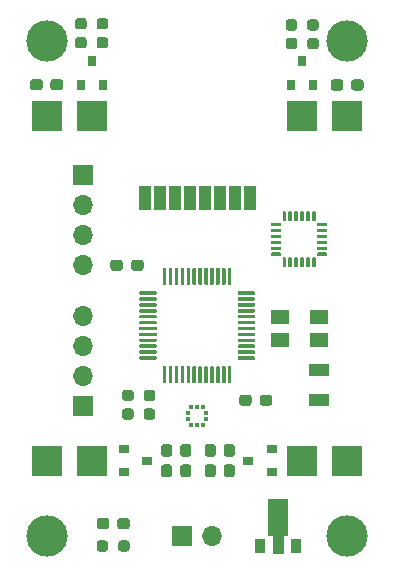
<source format=gbr>
%TF.GenerationSoftware,KiCad,Pcbnew,(5.1.9)-1*%
%TF.CreationDate,2021-03-06T18:52:22-05:00*%
%TF.ProjectId,final_design_v2,66696e61-6c5f-4646-9573-69676e5f7632,rev?*%
%TF.SameCoordinates,Original*%
%TF.FileFunction,Soldermask,Top*%
%TF.FilePolarity,Negative*%
%FSLAX46Y46*%
G04 Gerber Fmt 4.6, Leading zero omitted, Abs format (unit mm)*
G04 Created by KiCad (PCBNEW (5.1.9)-1) date 2021-03-06 18:52:22*
%MOMM*%
%LPD*%
G01*
G04 APERTURE LIST*
%ADD10R,1.000000X2.000000*%
%ADD11C,3.500000*%
%ADD12R,1.700000X1.700000*%
%ADD13O,1.700000X1.700000*%
%ADD14R,2.500000X2.500000*%
%ADD15R,0.800000X0.900000*%
%ADD16R,0.900000X0.800000*%
%ADD17R,0.350000X0.380000*%
%ADD18R,0.900000X1.300000*%
%ADD19C,0.100000*%
%ADD20R,1.800000X1.000000*%
%ADD21R,1.600000X1.300000*%
G04 APERTURE END LIST*
D10*
%TO.C,U4*%
X144990100Y-93002600D03*
X146260100Y-93002600D03*
X147530100Y-93002600D03*
X148800100Y-93002600D03*
X150070100Y-93002600D03*
X151340100Y-93002600D03*
X152610100Y-93002600D03*
X153880100Y-93002600D03*
%TD*%
D11*
%TO.C,H4*%
X162090100Y-121564400D03*
%TD*%
%TO.C,C19*%
G36*
G01*
X138039300Y-83150700D02*
X138039300Y-83625700D01*
G75*
G02*
X137801800Y-83863200I-237500J0D01*
G01*
X137201800Y-83863200D01*
G75*
G02*
X136964300Y-83625700I0J237500D01*
G01*
X136964300Y-83150700D01*
G75*
G02*
X137201800Y-82913200I237500J0D01*
G01*
X137801800Y-82913200D01*
G75*
G02*
X138039300Y-83150700I0J-237500D01*
G01*
G37*
G36*
G01*
X136314300Y-83150700D02*
X136314300Y-83625700D01*
G75*
G02*
X136076800Y-83863200I-237500J0D01*
G01*
X135476800Y-83863200D01*
G75*
G02*
X135239300Y-83625700I0J237500D01*
G01*
X135239300Y-83150700D01*
G75*
G02*
X135476800Y-82913200I237500J0D01*
G01*
X136076800Y-82913200D01*
G75*
G02*
X136314300Y-83150700I0J-237500D01*
G01*
G37*
%TD*%
%TO.C,C20*%
G36*
G01*
X160690100Y-83651100D02*
X160690100Y-83176100D01*
G75*
G02*
X160927600Y-82938600I237500J0D01*
G01*
X161527600Y-82938600D01*
G75*
G02*
X161765100Y-83176100I0J-237500D01*
G01*
X161765100Y-83651100D01*
G75*
G02*
X161527600Y-83888600I-237500J0D01*
G01*
X160927600Y-83888600D01*
G75*
G02*
X160690100Y-83651100I0J237500D01*
G01*
G37*
G36*
G01*
X162415100Y-83651100D02*
X162415100Y-83176100D01*
G75*
G02*
X162652600Y-82938600I237500J0D01*
G01*
X163252600Y-82938600D01*
G75*
G02*
X163490100Y-83176100I0J-237500D01*
G01*
X163490100Y-83651100D01*
G75*
G02*
X163252600Y-83888600I-237500J0D01*
G01*
X162652600Y-83888600D01*
G75*
G02*
X162415100Y-83651100I0J237500D01*
G01*
G37*
%TD*%
%TO.C,C22*%
G36*
G01*
X148187400Y-115539400D02*
X148662400Y-115539400D01*
G75*
G02*
X148899900Y-115776900I0J-237500D01*
G01*
X148899900Y-116376900D01*
G75*
G02*
X148662400Y-116614400I-237500J0D01*
G01*
X148187400Y-116614400D01*
G75*
G02*
X147949900Y-116376900I0J237500D01*
G01*
X147949900Y-115776900D01*
G75*
G02*
X148187400Y-115539400I237500J0D01*
G01*
G37*
G36*
G01*
X148187400Y-113814400D02*
X148662400Y-113814400D01*
G75*
G02*
X148899900Y-114051900I0J-237500D01*
G01*
X148899900Y-114651900D01*
G75*
G02*
X148662400Y-114889400I-237500J0D01*
G01*
X148187400Y-114889400D01*
G75*
G02*
X147949900Y-114651900I0J237500D01*
G01*
X147949900Y-114051900D01*
G75*
G02*
X148187400Y-113814400I237500J0D01*
G01*
G37*
%TD*%
%TO.C,C23*%
G36*
G01*
X150270200Y-115539400D02*
X150745200Y-115539400D01*
G75*
G02*
X150982700Y-115776900I0J-237500D01*
G01*
X150982700Y-116376900D01*
G75*
G02*
X150745200Y-116614400I-237500J0D01*
G01*
X150270200Y-116614400D01*
G75*
G02*
X150032700Y-116376900I0J237500D01*
G01*
X150032700Y-115776900D01*
G75*
G02*
X150270200Y-115539400I237500J0D01*
G01*
G37*
G36*
G01*
X150270200Y-113814400D02*
X150745200Y-113814400D01*
G75*
G02*
X150982700Y-114051900I0J-237500D01*
G01*
X150982700Y-114651900D01*
G75*
G02*
X150745200Y-114889400I-237500J0D01*
G01*
X150270200Y-114889400D01*
G75*
G02*
X150032700Y-114651900I0J237500D01*
G01*
X150032700Y-114051900D01*
G75*
G02*
X150270200Y-113814400I237500J0D01*
G01*
G37*
%TD*%
%TO.C,C25*%
G36*
G01*
X146561800Y-113814400D02*
X147036800Y-113814400D01*
G75*
G02*
X147274300Y-114051900I0J-237500D01*
G01*
X147274300Y-114651900D01*
G75*
G02*
X147036800Y-114889400I-237500J0D01*
G01*
X146561800Y-114889400D01*
G75*
G02*
X146324300Y-114651900I0J237500D01*
G01*
X146324300Y-114051900D01*
G75*
G02*
X146561800Y-113814400I237500J0D01*
G01*
G37*
G36*
G01*
X146561800Y-115539400D02*
X147036800Y-115539400D01*
G75*
G02*
X147274300Y-115776900I0J-237500D01*
G01*
X147274300Y-116376900D01*
G75*
G02*
X147036800Y-116614400I-237500J0D01*
G01*
X146561800Y-116614400D01*
G75*
G02*
X146324300Y-116376900I0J237500D01*
G01*
X146324300Y-115776900D01*
G75*
G02*
X146561800Y-115539400I237500J0D01*
G01*
G37*
%TD*%
%TO.C,C26*%
G36*
G01*
X151870400Y-113814400D02*
X152345400Y-113814400D01*
G75*
G02*
X152582900Y-114051900I0J-237500D01*
G01*
X152582900Y-114651900D01*
G75*
G02*
X152345400Y-114889400I-237500J0D01*
G01*
X151870400Y-114889400D01*
G75*
G02*
X151632900Y-114651900I0J237500D01*
G01*
X151632900Y-114051900D01*
G75*
G02*
X151870400Y-113814400I237500J0D01*
G01*
G37*
G36*
G01*
X151870400Y-115539400D02*
X152345400Y-115539400D01*
G75*
G02*
X152582900Y-115776900I0J-237500D01*
G01*
X152582900Y-116376900D01*
G75*
G02*
X152345400Y-116614400I-237500J0D01*
G01*
X151870400Y-116614400D01*
G75*
G02*
X151632900Y-116376900I0J237500D01*
G01*
X151632900Y-115776900D01*
G75*
G02*
X151870400Y-115539400I237500J0D01*
G01*
G37*
%TD*%
%TO.C,PWR*%
G36*
G01*
X143678100Y-120310900D02*
X143678100Y-120785900D01*
G75*
G02*
X143440600Y-121023400I-237500J0D01*
G01*
X142865600Y-121023400D01*
G75*
G02*
X142628100Y-120785900I0J237500D01*
G01*
X142628100Y-120310900D01*
G75*
G02*
X142865600Y-120073400I237500J0D01*
G01*
X143440600Y-120073400D01*
G75*
G02*
X143678100Y-120310900I0J-237500D01*
G01*
G37*
G36*
G01*
X141928100Y-120310900D02*
X141928100Y-120785900D01*
G75*
G02*
X141690600Y-121023400I-237500J0D01*
G01*
X141115600Y-121023400D01*
G75*
G02*
X140878100Y-120785900I0J237500D01*
G01*
X140878100Y-120310900D01*
G75*
G02*
X141115600Y-120073400I237500J0D01*
G01*
X141690600Y-120073400D01*
G75*
G02*
X141928100Y-120310900I0J-237500D01*
G01*
G37*
%TD*%
%TO.C,HEARTBEAT*%
G36*
G01*
X153993100Y-109871500D02*
X153993100Y-110346500D01*
G75*
G02*
X153755600Y-110584000I-237500J0D01*
G01*
X153180600Y-110584000D01*
G75*
G02*
X152943100Y-110346500I0J237500D01*
G01*
X152943100Y-109871500D01*
G75*
G02*
X153180600Y-109634000I237500J0D01*
G01*
X153755600Y-109634000D01*
G75*
G02*
X153993100Y-109871500I0J-237500D01*
G01*
G37*
G36*
G01*
X155743100Y-109871500D02*
X155743100Y-110346500D01*
G75*
G02*
X155505600Y-110584000I-237500J0D01*
G01*
X154930600Y-110584000D01*
G75*
G02*
X154693100Y-110346500I0J237500D01*
G01*
X154693100Y-109871500D01*
G75*
G02*
X154930600Y-109634000I237500J0D01*
G01*
X155505600Y-109634000D01*
G75*
G02*
X155743100Y-109871500I0J-237500D01*
G01*
G37*
%TD*%
%TO.C,COMMS*%
G36*
G01*
X142046500Y-98916500D02*
X142046500Y-98441500D01*
G75*
G02*
X142284000Y-98204000I237500J0D01*
G01*
X142859000Y-98204000D01*
G75*
G02*
X143096500Y-98441500I0J-237500D01*
G01*
X143096500Y-98916500D01*
G75*
G02*
X142859000Y-99154000I-237500J0D01*
G01*
X142284000Y-99154000D01*
G75*
G02*
X142046500Y-98916500I0J237500D01*
G01*
G37*
G36*
G01*
X143796500Y-98916500D02*
X143796500Y-98441500D01*
G75*
G02*
X144034000Y-98204000I237500J0D01*
G01*
X144609000Y-98204000D01*
G75*
G02*
X144846500Y-98441500I0J-237500D01*
G01*
X144846500Y-98916500D01*
G75*
G02*
X144609000Y-99154000I-237500J0D01*
G01*
X144034000Y-99154000D01*
G75*
G02*
X143796500Y-98916500I0J237500D01*
G01*
G37*
%TD*%
%TO.C,H1*%
X136690100Y-79654400D03*
%TD*%
%TO.C,H2*%
X136690100Y-121564400D03*
%TD*%
%TO.C,H3*%
X162090100Y-79654400D03*
%TD*%
D12*
%TO.C,SWD*%
X139738100Y-91008200D03*
D13*
X139738100Y-93548200D03*
X139738100Y-96088200D03*
X139738100Y-98628200D03*
%TD*%
%TO.C,UART*%
X139738100Y-102997000D03*
X139738100Y-105537000D03*
X139738100Y-108077000D03*
D12*
X139738100Y-110617000D03*
%TD*%
%TO.C,J3*%
X148120100Y-121564400D03*
D13*
X150660100Y-121564400D03*
%TD*%
D14*
%TO.C,M1+*%
X136690100Y-86004400D03*
%TD*%
%TO.C,M1-*%
X140500100Y-86004400D03*
%TD*%
%TO.C,M3+*%
X162090100Y-86004400D03*
%TD*%
%TO.C,M3-*%
X158280100Y-86004400D03*
%TD*%
%TO.C,M2+*%
X136690100Y-115214400D03*
%TD*%
%TO.C,M2-*%
X140500100Y-115214400D03*
%TD*%
%TO.C,M4+*%
X162090100Y-115214400D03*
%TD*%
%TO.C,M4-*%
X158280100Y-115214400D03*
%TD*%
D15*
%TO.C,Q1*%
X140500100Y-81423000D03*
X141450100Y-83423000D03*
X139550100Y-83423000D03*
%TD*%
%TO.C,Q2*%
X158280100Y-81423000D03*
X159230100Y-83423000D03*
X157330100Y-83423000D03*
%TD*%
D16*
%TO.C,Q3*%
X143157700Y-114264400D03*
X143157700Y-116164400D03*
X145157700Y-115214400D03*
%TD*%
%TO.C,Q4*%
X155698700Y-116164400D03*
X155698700Y-114264400D03*
X153698700Y-115214400D03*
%TD*%
%TO.C,R1*%
G36*
G01*
X142703100Y-122690900D02*
X142703100Y-122215900D01*
G75*
G02*
X142940600Y-121978400I237500J0D01*
G01*
X143440600Y-121978400D01*
G75*
G02*
X143678100Y-122215900I0J-237500D01*
G01*
X143678100Y-122690900D01*
G75*
G02*
X143440600Y-122928400I-237500J0D01*
G01*
X142940600Y-122928400D01*
G75*
G02*
X142703100Y-122690900I0J237500D01*
G01*
G37*
G36*
G01*
X140878100Y-122690900D02*
X140878100Y-122215900D01*
G75*
G02*
X141115600Y-121978400I237500J0D01*
G01*
X141615600Y-121978400D01*
G75*
G02*
X141853100Y-122215900I0J-237500D01*
G01*
X141853100Y-122690900D01*
G75*
G02*
X141615600Y-122928400I-237500J0D01*
G01*
X141115600Y-122928400D01*
G75*
G02*
X140878100Y-122690900I0J237500D01*
G01*
G37*
%TD*%
%TO.C,R4*%
G36*
G01*
X144862100Y-109940100D02*
X144862100Y-109465100D01*
G75*
G02*
X145099600Y-109227600I237500J0D01*
G01*
X145599600Y-109227600D01*
G75*
G02*
X145837100Y-109465100I0J-237500D01*
G01*
X145837100Y-109940100D01*
G75*
G02*
X145599600Y-110177600I-237500J0D01*
G01*
X145099600Y-110177600D01*
G75*
G02*
X144862100Y-109940100I0J237500D01*
G01*
G37*
G36*
G01*
X143037100Y-109940100D02*
X143037100Y-109465100D01*
G75*
G02*
X143274600Y-109227600I237500J0D01*
G01*
X143774600Y-109227600D01*
G75*
G02*
X144012100Y-109465100I0J-237500D01*
G01*
X144012100Y-109940100D01*
G75*
G02*
X143774600Y-110177600I-237500J0D01*
G01*
X143274600Y-110177600D01*
G75*
G02*
X143037100Y-109940100I0J237500D01*
G01*
G37*
%TD*%
%TO.C,R5*%
G36*
G01*
X144862100Y-111514900D02*
X144862100Y-111039900D01*
G75*
G02*
X145099600Y-110802400I237500J0D01*
G01*
X145599600Y-110802400D01*
G75*
G02*
X145837100Y-111039900I0J-237500D01*
G01*
X145837100Y-111514900D01*
G75*
G02*
X145599600Y-111752400I-237500J0D01*
G01*
X145099600Y-111752400D01*
G75*
G02*
X144862100Y-111514900I0J237500D01*
G01*
G37*
G36*
G01*
X143037100Y-111514900D02*
X143037100Y-111039900D01*
G75*
G02*
X143274600Y-110802400I237500J0D01*
G01*
X143774600Y-110802400D01*
G75*
G02*
X144012100Y-111039900I0J-237500D01*
G01*
X144012100Y-111514900D01*
G75*
G02*
X143774600Y-111752400I-237500J0D01*
G01*
X143274600Y-111752400D01*
G75*
G02*
X143037100Y-111514900I0J237500D01*
G01*
G37*
%TD*%
%TO.C,R11*%
G36*
G01*
X140874300Y-78469500D02*
X140874300Y-77994500D01*
G75*
G02*
X141111800Y-77757000I237500J0D01*
G01*
X141611800Y-77757000D01*
G75*
G02*
X141849300Y-77994500I0J-237500D01*
G01*
X141849300Y-78469500D01*
G75*
G02*
X141611800Y-78707000I-237500J0D01*
G01*
X141111800Y-78707000D01*
G75*
G02*
X140874300Y-78469500I0J237500D01*
G01*
G37*
G36*
G01*
X139049300Y-78469500D02*
X139049300Y-77994500D01*
G75*
G02*
X139286800Y-77757000I237500J0D01*
G01*
X139786800Y-77757000D01*
G75*
G02*
X140024300Y-77994500I0J-237500D01*
G01*
X140024300Y-78469500D01*
G75*
G02*
X139786800Y-78707000I-237500J0D01*
G01*
X139286800Y-78707000D01*
G75*
G02*
X139049300Y-78469500I0J237500D01*
G01*
G37*
%TD*%
%TO.C,R12*%
G36*
G01*
X157855100Y-78096100D02*
X157855100Y-78571100D01*
G75*
G02*
X157617600Y-78808600I-237500J0D01*
G01*
X157117600Y-78808600D01*
G75*
G02*
X156880100Y-78571100I0J237500D01*
G01*
X156880100Y-78096100D01*
G75*
G02*
X157117600Y-77858600I237500J0D01*
G01*
X157617600Y-77858600D01*
G75*
G02*
X157855100Y-78096100I0J-237500D01*
G01*
G37*
G36*
G01*
X159680100Y-78096100D02*
X159680100Y-78571100D01*
G75*
G02*
X159442600Y-78808600I-237500J0D01*
G01*
X158942600Y-78808600D01*
G75*
G02*
X158705100Y-78571100I0J237500D01*
G01*
X158705100Y-78096100D01*
G75*
G02*
X158942600Y-77858600I237500J0D01*
G01*
X159442600Y-77858600D01*
G75*
G02*
X159680100Y-78096100I0J-237500D01*
G01*
G37*
%TD*%
%TO.C,R13*%
G36*
G01*
X139049300Y-80069700D02*
X139049300Y-79594700D01*
G75*
G02*
X139286800Y-79357200I237500J0D01*
G01*
X139786800Y-79357200D01*
G75*
G02*
X140024300Y-79594700I0J-237500D01*
G01*
X140024300Y-80069700D01*
G75*
G02*
X139786800Y-80307200I-237500J0D01*
G01*
X139286800Y-80307200D01*
G75*
G02*
X139049300Y-80069700I0J237500D01*
G01*
G37*
G36*
G01*
X140874300Y-80069700D02*
X140874300Y-79594700D01*
G75*
G02*
X141111800Y-79357200I237500J0D01*
G01*
X141611800Y-79357200D01*
G75*
G02*
X141849300Y-79594700I0J-237500D01*
G01*
X141849300Y-80069700D01*
G75*
G02*
X141611800Y-80307200I-237500J0D01*
G01*
X141111800Y-80307200D01*
G75*
G02*
X140874300Y-80069700I0J237500D01*
G01*
G37*
%TD*%
%TO.C,R14*%
G36*
G01*
X156880100Y-80145900D02*
X156880100Y-79670900D01*
G75*
G02*
X157117600Y-79433400I237500J0D01*
G01*
X157617600Y-79433400D01*
G75*
G02*
X157855100Y-79670900I0J-237500D01*
G01*
X157855100Y-80145900D01*
G75*
G02*
X157617600Y-80383400I-237500J0D01*
G01*
X157117600Y-80383400D01*
G75*
G02*
X156880100Y-80145900I0J237500D01*
G01*
G37*
G36*
G01*
X158705100Y-80145900D02*
X158705100Y-79670900D01*
G75*
G02*
X158942600Y-79433400I237500J0D01*
G01*
X159442600Y-79433400D01*
G75*
G02*
X159680100Y-79670900I0J-237500D01*
G01*
X159680100Y-80145900D01*
G75*
G02*
X159442600Y-80383400I-237500J0D01*
G01*
X158942600Y-80383400D01*
G75*
G02*
X158705100Y-80145900I0J237500D01*
G01*
G37*
%TD*%
%TO.C,U1*%
G36*
G01*
X154290100Y-106459400D02*
X154290100Y-106609400D01*
G75*
G02*
X154215100Y-106684400I-75000J0D01*
G01*
X152890100Y-106684400D01*
G75*
G02*
X152815100Y-106609400I0J75000D01*
G01*
X152815100Y-106459400D01*
G75*
G02*
X152890100Y-106384400I75000J0D01*
G01*
X154215100Y-106384400D01*
G75*
G02*
X154290100Y-106459400I0J-75000D01*
G01*
G37*
G36*
G01*
X154290100Y-105959400D02*
X154290100Y-106109400D01*
G75*
G02*
X154215100Y-106184400I-75000J0D01*
G01*
X152890100Y-106184400D01*
G75*
G02*
X152815100Y-106109400I0J75000D01*
G01*
X152815100Y-105959400D01*
G75*
G02*
X152890100Y-105884400I75000J0D01*
G01*
X154215100Y-105884400D01*
G75*
G02*
X154290100Y-105959400I0J-75000D01*
G01*
G37*
G36*
G01*
X154290100Y-105459400D02*
X154290100Y-105609400D01*
G75*
G02*
X154215100Y-105684400I-75000J0D01*
G01*
X152890100Y-105684400D01*
G75*
G02*
X152815100Y-105609400I0J75000D01*
G01*
X152815100Y-105459400D01*
G75*
G02*
X152890100Y-105384400I75000J0D01*
G01*
X154215100Y-105384400D01*
G75*
G02*
X154290100Y-105459400I0J-75000D01*
G01*
G37*
G36*
G01*
X154290100Y-104959400D02*
X154290100Y-105109400D01*
G75*
G02*
X154215100Y-105184400I-75000J0D01*
G01*
X152890100Y-105184400D01*
G75*
G02*
X152815100Y-105109400I0J75000D01*
G01*
X152815100Y-104959400D01*
G75*
G02*
X152890100Y-104884400I75000J0D01*
G01*
X154215100Y-104884400D01*
G75*
G02*
X154290100Y-104959400I0J-75000D01*
G01*
G37*
G36*
G01*
X154290100Y-104459400D02*
X154290100Y-104609400D01*
G75*
G02*
X154215100Y-104684400I-75000J0D01*
G01*
X152890100Y-104684400D01*
G75*
G02*
X152815100Y-104609400I0J75000D01*
G01*
X152815100Y-104459400D01*
G75*
G02*
X152890100Y-104384400I75000J0D01*
G01*
X154215100Y-104384400D01*
G75*
G02*
X154290100Y-104459400I0J-75000D01*
G01*
G37*
G36*
G01*
X154290100Y-103959400D02*
X154290100Y-104109400D01*
G75*
G02*
X154215100Y-104184400I-75000J0D01*
G01*
X152890100Y-104184400D01*
G75*
G02*
X152815100Y-104109400I0J75000D01*
G01*
X152815100Y-103959400D01*
G75*
G02*
X152890100Y-103884400I75000J0D01*
G01*
X154215100Y-103884400D01*
G75*
G02*
X154290100Y-103959400I0J-75000D01*
G01*
G37*
G36*
G01*
X154290100Y-103459400D02*
X154290100Y-103609400D01*
G75*
G02*
X154215100Y-103684400I-75000J0D01*
G01*
X152890100Y-103684400D01*
G75*
G02*
X152815100Y-103609400I0J75000D01*
G01*
X152815100Y-103459400D01*
G75*
G02*
X152890100Y-103384400I75000J0D01*
G01*
X154215100Y-103384400D01*
G75*
G02*
X154290100Y-103459400I0J-75000D01*
G01*
G37*
G36*
G01*
X154290100Y-102959400D02*
X154290100Y-103109400D01*
G75*
G02*
X154215100Y-103184400I-75000J0D01*
G01*
X152890100Y-103184400D01*
G75*
G02*
X152815100Y-103109400I0J75000D01*
G01*
X152815100Y-102959400D01*
G75*
G02*
X152890100Y-102884400I75000J0D01*
G01*
X154215100Y-102884400D01*
G75*
G02*
X154290100Y-102959400I0J-75000D01*
G01*
G37*
G36*
G01*
X154290100Y-102459400D02*
X154290100Y-102609400D01*
G75*
G02*
X154215100Y-102684400I-75000J0D01*
G01*
X152890100Y-102684400D01*
G75*
G02*
X152815100Y-102609400I0J75000D01*
G01*
X152815100Y-102459400D01*
G75*
G02*
X152890100Y-102384400I75000J0D01*
G01*
X154215100Y-102384400D01*
G75*
G02*
X154290100Y-102459400I0J-75000D01*
G01*
G37*
G36*
G01*
X154290100Y-101959400D02*
X154290100Y-102109400D01*
G75*
G02*
X154215100Y-102184400I-75000J0D01*
G01*
X152890100Y-102184400D01*
G75*
G02*
X152815100Y-102109400I0J75000D01*
G01*
X152815100Y-101959400D01*
G75*
G02*
X152890100Y-101884400I75000J0D01*
G01*
X154215100Y-101884400D01*
G75*
G02*
X154290100Y-101959400I0J-75000D01*
G01*
G37*
G36*
G01*
X154290100Y-101459400D02*
X154290100Y-101609400D01*
G75*
G02*
X154215100Y-101684400I-75000J0D01*
G01*
X152890100Y-101684400D01*
G75*
G02*
X152815100Y-101609400I0J75000D01*
G01*
X152815100Y-101459400D01*
G75*
G02*
X152890100Y-101384400I75000J0D01*
G01*
X154215100Y-101384400D01*
G75*
G02*
X154290100Y-101459400I0J-75000D01*
G01*
G37*
G36*
G01*
X154290100Y-100959400D02*
X154290100Y-101109400D01*
G75*
G02*
X154215100Y-101184400I-75000J0D01*
G01*
X152890100Y-101184400D01*
G75*
G02*
X152815100Y-101109400I0J75000D01*
G01*
X152815100Y-100959400D01*
G75*
G02*
X152890100Y-100884400I75000J0D01*
G01*
X154215100Y-100884400D01*
G75*
G02*
X154290100Y-100959400I0J-75000D01*
G01*
G37*
G36*
G01*
X152290100Y-98959400D02*
X152290100Y-100284400D01*
G75*
G02*
X152215100Y-100359400I-75000J0D01*
G01*
X152065100Y-100359400D01*
G75*
G02*
X151990100Y-100284400I0J75000D01*
G01*
X151990100Y-98959400D01*
G75*
G02*
X152065100Y-98884400I75000J0D01*
G01*
X152215100Y-98884400D01*
G75*
G02*
X152290100Y-98959400I0J-75000D01*
G01*
G37*
G36*
G01*
X151790100Y-98959400D02*
X151790100Y-100284400D01*
G75*
G02*
X151715100Y-100359400I-75000J0D01*
G01*
X151565100Y-100359400D01*
G75*
G02*
X151490100Y-100284400I0J75000D01*
G01*
X151490100Y-98959400D01*
G75*
G02*
X151565100Y-98884400I75000J0D01*
G01*
X151715100Y-98884400D01*
G75*
G02*
X151790100Y-98959400I0J-75000D01*
G01*
G37*
G36*
G01*
X151290100Y-98959400D02*
X151290100Y-100284400D01*
G75*
G02*
X151215100Y-100359400I-75000J0D01*
G01*
X151065100Y-100359400D01*
G75*
G02*
X150990100Y-100284400I0J75000D01*
G01*
X150990100Y-98959400D01*
G75*
G02*
X151065100Y-98884400I75000J0D01*
G01*
X151215100Y-98884400D01*
G75*
G02*
X151290100Y-98959400I0J-75000D01*
G01*
G37*
G36*
G01*
X150790100Y-98959400D02*
X150790100Y-100284400D01*
G75*
G02*
X150715100Y-100359400I-75000J0D01*
G01*
X150565100Y-100359400D01*
G75*
G02*
X150490100Y-100284400I0J75000D01*
G01*
X150490100Y-98959400D01*
G75*
G02*
X150565100Y-98884400I75000J0D01*
G01*
X150715100Y-98884400D01*
G75*
G02*
X150790100Y-98959400I0J-75000D01*
G01*
G37*
G36*
G01*
X150290100Y-98959400D02*
X150290100Y-100284400D01*
G75*
G02*
X150215100Y-100359400I-75000J0D01*
G01*
X150065100Y-100359400D01*
G75*
G02*
X149990100Y-100284400I0J75000D01*
G01*
X149990100Y-98959400D01*
G75*
G02*
X150065100Y-98884400I75000J0D01*
G01*
X150215100Y-98884400D01*
G75*
G02*
X150290100Y-98959400I0J-75000D01*
G01*
G37*
G36*
G01*
X149790100Y-98959400D02*
X149790100Y-100284400D01*
G75*
G02*
X149715100Y-100359400I-75000J0D01*
G01*
X149565100Y-100359400D01*
G75*
G02*
X149490100Y-100284400I0J75000D01*
G01*
X149490100Y-98959400D01*
G75*
G02*
X149565100Y-98884400I75000J0D01*
G01*
X149715100Y-98884400D01*
G75*
G02*
X149790100Y-98959400I0J-75000D01*
G01*
G37*
G36*
G01*
X149290100Y-98959400D02*
X149290100Y-100284400D01*
G75*
G02*
X149215100Y-100359400I-75000J0D01*
G01*
X149065100Y-100359400D01*
G75*
G02*
X148990100Y-100284400I0J75000D01*
G01*
X148990100Y-98959400D01*
G75*
G02*
X149065100Y-98884400I75000J0D01*
G01*
X149215100Y-98884400D01*
G75*
G02*
X149290100Y-98959400I0J-75000D01*
G01*
G37*
G36*
G01*
X148790100Y-98959400D02*
X148790100Y-100284400D01*
G75*
G02*
X148715100Y-100359400I-75000J0D01*
G01*
X148565100Y-100359400D01*
G75*
G02*
X148490100Y-100284400I0J75000D01*
G01*
X148490100Y-98959400D01*
G75*
G02*
X148565100Y-98884400I75000J0D01*
G01*
X148715100Y-98884400D01*
G75*
G02*
X148790100Y-98959400I0J-75000D01*
G01*
G37*
G36*
G01*
X148290100Y-98959400D02*
X148290100Y-100284400D01*
G75*
G02*
X148215100Y-100359400I-75000J0D01*
G01*
X148065100Y-100359400D01*
G75*
G02*
X147990100Y-100284400I0J75000D01*
G01*
X147990100Y-98959400D01*
G75*
G02*
X148065100Y-98884400I75000J0D01*
G01*
X148215100Y-98884400D01*
G75*
G02*
X148290100Y-98959400I0J-75000D01*
G01*
G37*
G36*
G01*
X147790100Y-98959400D02*
X147790100Y-100284400D01*
G75*
G02*
X147715100Y-100359400I-75000J0D01*
G01*
X147565100Y-100359400D01*
G75*
G02*
X147490100Y-100284400I0J75000D01*
G01*
X147490100Y-98959400D01*
G75*
G02*
X147565100Y-98884400I75000J0D01*
G01*
X147715100Y-98884400D01*
G75*
G02*
X147790100Y-98959400I0J-75000D01*
G01*
G37*
G36*
G01*
X147290100Y-98959400D02*
X147290100Y-100284400D01*
G75*
G02*
X147215100Y-100359400I-75000J0D01*
G01*
X147065100Y-100359400D01*
G75*
G02*
X146990100Y-100284400I0J75000D01*
G01*
X146990100Y-98959400D01*
G75*
G02*
X147065100Y-98884400I75000J0D01*
G01*
X147215100Y-98884400D01*
G75*
G02*
X147290100Y-98959400I0J-75000D01*
G01*
G37*
G36*
G01*
X146790100Y-98959400D02*
X146790100Y-100284400D01*
G75*
G02*
X146715100Y-100359400I-75000J0D01*
G01*
X146565100Y-100359400D01*
G75*
G02*
X146490100Y-100284400I0J75000D01*
G01*
X146490100Y-98959400D01*
G75*
G02*
X146565100Y-98884400I75000J0D01*
G01*
X146715100Y-98884400D01*
G75*
G02*
X146790100Y-98959400I0J-75000D01*
G01*
G37*
G36*
G01*
X145965100Y-100959400D02*
X145965100Y-101109400D01*
G75*
G02*
X145890100Y-101184400I-75000J0D01*
G01*
X144565100Y-101184400D01*
G75*
G02*
X144490100Y-101109400I0J75000D01*
G01*
X144490100Y-100959400D01*
G75*
G02*
X144565100Y-100884400I75000J0D01*
G01*
X145890100Y-100884400D01*
G75*
G02*
X145965100Y-100959400I0J-75000D01*
G01*
G37*
G36*
G01*
X145965100Y-101459400D02*
X145965100Y-101609400D01*
G75*
G02*
X145890100Y-101684400I-75000J0D01*
G01*
X144565100Y-101684400D01*
G75*
G02*
X144490100Y-101609400I0J75000D01*
G01*
X144490100Y-101459400D01*
G75*
G02*
X144565100Y-101384400I75000J0D01*
G01*
X145890100Y-101384400D01*
G75*
G02*
X145965100Y-101459400I0J-75000D01*
G01*
G37*
G36*
G01*
X145965100Y-101959400D02*
X145965100Y-102109400D01*
G75*
G02*
X145890100Y-102184400I-75000J0D01*
G01*
X144565100Y-102184400D01*
G75*
G02*
X144490100Y-102109400I0J75000D01*
G01*
X144490100Y-101959400D01*
G75*
G02*
X144565100Y-101884400I75000J0D01*
G01*
X145890100Y-101884400D01*
G75*
G02*
X145965100Y-101959400I0J-75000D01*
G01*
G37*
G36*
G01*
X145965100Y-102459400D02*
X145965100Y-102609400D01*
G75*
G02*
X145890100Y-102684400I-75000J0D01*
G01*
X144565100Y-102684400D01*
G75*
G02*
X144490100Y-102609400I0J75000D01*
G01*
X144490100Y-102459400D01*
G75*
G02*
X144565100Y-102384400I75000J0D01*
G01*
X145890100Y-102384400D01*
G75*
G02*
X145965100Y-102459400I0J-75000D01*
G01*
G37*
G36*
G01*
X145965100Y-102959400D02*
X145965100Y-103109400D01*
G75*
G02*
X145890100Y-103184400I-75000J0D01*
G01*
X144565100Y-103184400D01*
G75*
G02*
X144490100Y-103109400I0J75000D01*
G01*
X144490100Y-102959400D01*
G75*
G02*
X144565100Y-102884400I75000J0D01*
G01*
X145890100Y-102884400D01*
G75*
G02*
X145965100Y-102959400I0J-75000D01*
G01*
G37*
G36*
G01*
X145965100Y-103459400D02*
X145965100Y-103609400D01*
G75*
G02*
X145890100Y-103684400I-75000J0D01*
G01*
X144565100Y-103684400D01*
G75*
G02*
X144490100Y-103609400I0J75000D01*
G01*
X144490100Y-103459400D01*
G75*
G02*
X144565100Y-103384400I75000J0D01*
G01*
X145890100Y-103384400D01*
G75*
G02*
X145965100Y-103459400I0J-75000D01*
G01*
G37*
G36*
G01*
X145965100Y-103959400D02*
X145965100Y-104109400D01*
G75*
G02*
X145890100Y-104184400I-75000J0D01*
G01*
X144565100Y-104184400D01*
G75*
G02*
X144490100Y-104109400I0J75000D01*
G01*
X144490100Y-103959400D01*
G75*
G02*
X144565100Y-103884400I75000J0D01*
G01*
X145890100Y-103884400D01*
G75*
G02*
X145965100Y-103959400I0J-75000D01*
G01*
G37*
G36*
G01*
X145965100Y-104459400D02*
X145965100Y-104609400D01*
G75*
G02*
X145890100Y-104684400I-75000J0D01*
G01*
X144565100Y-104684400D01*
G75*
G02*
X144490100Y-104609400I0J75000D01*
G01*
X144490100Y-104459400D01*
G75*
G02*
X144565100Y-104384400I75000J0D01*
G01*
X145890100Y-104384400D01*
G75*
G02*
X145965100Y-104459400I0J-75000D01*
G01*
G37*
G36*
G01*
X145965100Y-104959400D02*
X145965100Y-105109400D01*
G75*
G02*
X145890100Y-105184400I-75000J0D01*
G01*
X144565100Y-105184400D01*
G75*
G02*
X144490100Y-105109400I0J75000D01*
G01*
X144490100Y-104959400D01*
G75*
G02*
X144565100Y-104884400I75000J0D01*
G01*
X145890100Y-104884400D01*
G75*
G02*
X145965100Y-104959400I0J-75000D01*
G01*
G37*
G36*
G01*
X145965100Y-105459400D02*
X145965100Y-105609400D01*
G75*
G02*
X145890100Y-105684400I-75000J0D01*
G01*
X144565100Y-105684400D01*
G75*
G02*
X144490100Y-105609400I0J75000D01*
G01*
X144490100Y-105459400D01*
G75*
G02*
X144565100Y-105384400I75000J0D01*
G01*
X145890100Y-105384400D01*
G75*
G02*
X145965100Y-105459400I0J-75000D01*
G01*
G37*
G36*
G01*
X145965100Y-105959400D02*
X145965100Y-106109400D01*
G75*
G02*
X145890100Y-106184400I-75000J0D01*
G01*
X144565100Y-106184400D01*
G75*
G02*
X144490100Y-106109400I0J75000D01*
G01*
X144490100Y-105959400D01*
G75*
G02*
X144565100Y-105884400I75000J0D01*
G01*
X145890100Y-105884400D01*
G75*
G02*
X145965100Y-105959400I0J-75000D01*
G01*
G37*
G36*
G01*
X145965100Y-106459400D02*
X145965100Y-106609400D01*
G75*
G02*
X145890100Y-106684400I-75000J0D01*
G01*
X144565100Y-106684400D01*
G75*
G02*
X144490100Y-106609400I0J75000D01*
G01*
X144490100Y-106459400D01*
G75*
G02*
X144565100Y-106384400I75000J0D01*
G01*
X145890100Y-106384400D01*
G75*
G02*
X145965100Y-106459400I0J-75000D01*
G01*
G37*
G36*
G01*
X146790100Y-107284400D02*
X146790100Y-108609400D01*
G75*
G02*
X146715100Y-108684400I-75000J0D01*
G01*
X146565100Y-108684400D01*
G75*
G02*
X146490100Y-108609400I0J75000D01*
G01*
X146490100Y-107284400D01*
G75*
G02*
X146565100Y-107209400I75000J0D01*
G01*
X146715100Y-107209400D01*
G75*
G02*
X146790100Y-107284400I0J-75000D01*
G01*
G37*
G36*
G01*
X147290100Y-107284400D02*
X147290100Y-108609400D01*
G75*
G02*
X147215100Y-108684400I-75000J0D01*
G01*
X147065100Y-108684400D01*
G75*
G02*
X146990100Y-108609400I0J75000D01*
G01*
X146990100Y-107284400D01*
G75*
G02*
X147065100Y-107209400I75000J0D01*
G01*
X147215100Y-107209400D01*
G75*
G02*
X147290100Y-107284400I0J-75000D01*
G01*
G37*
G36*
G01*
X147790100Y-107284400D02*
X147790100Y-108609400D01*
G75*
G02*
X147715100Y-108684400I-75000J0D01*
G01*
X147565100Y-108684400D01*
G75*
G02*
X147490100Y-108609400I0J75000D01*
G01*
X147490100Y-107284400D01*
G75*
G02*
X147565100Y-107209400I75000J0D01*
G01*
X147715100Y-107209400D01*
G75*
G02*
X147790100Y-107284400I0J-75000D01*
G01*
G37*
G36*
G01*
X148290100Y-107284400D02*
X148290100Y-108609400D01*
G75*
G02*
X148215100Y-108684400I-75000J0D01*
G01*
X148065100Y-108684400D01*
G75*
G02*
X147990100Y-108609400I0J75000D01*
G01*
X147990100Y-107284400D01*
G75*
G02*
X148065100Y-107209400I75000J0D01*
G01*
X148215100Y-107209400D01*
G75*
G02*
X148290100Y-107284400I0J-75000D01*
G01*
G37*
G36*
G01*
X148790100Y-107284400D02*
X148790100Y-108609400D01*
G75*
G02*
X148715100Y-108684400I-75000J0D01*
G01*
X148565100Y-108684400D01*
G75*
G02*
X148490100Y-108609400I0J75000D01*
G01*
X148490100Y-107284400D01*
G75*
G02*
X148565100Y-107209400I75000J0D01*
G01*
X148715100Y-107209400D01*
G75*
G02*
X148790100Y-107284400I0J-75000D01*
G01*
G37*
G36*
G01*
X149290100Y-107284400D02*
X149290100Y-108609400D01*
G75*
G02*
X149215100Y-108684400I-75000J0D01*
G01*
X149065100Y-108684400D01*
G75*
G02*
X148990100Y-108609400I0J75000D01*
G01*
X148990100Y-107284400D01*
G75*
G02*
X149065100Y-107209400I75000J0D01*
G01*
X149215100Y-107209400D01*
G75*
G02*
X149290100Y-107284400I0J-75000D01*
G01*
G37*
G36*
G01*
X149790100Y-107284400D02*
X149790100Y-108609400D01*
G75*
G02*
X149715100Y-108684400I-75000J0D01*
G01*
X149565100Y-108684400D01*
G75*
G02*
X149490100Y-108609400I0J75000D01*
G01*
X149490100Y-107284400D01*
G75*
G02*
X149565100Y-107209400I75000J0D01*
G01*
X149715100Y-107209400D01*
G75*
G02*
X149790100Y-107284400I0J-75000D01*
G01*
G37*
G36*
G01*
X150290100Y-107284400D02*
X150290100Y-108609400D01*
G75*
G02*
X150215100Y-108684400I-75000J0D01*
G01*
X150065100Y-108684400D01*
G75*
G02*
X149990100Y-108609400I0J75000D01*
G01*
X149990100Y-107284400D01*
G75*
G02*
X150065100Y-107209400I75000J0D01*
G01*
X150215100Y-107209400D01*
G75*
G02*
X150290100Y-107284400I0J-75000D01*
G01*
G37*
G36*
G01*
X150790100Y-107284400D02*
X150790100Y-108609400D01*
G75*
G02*
X150715100Y-108684400I-75000J0D01*
G01*
X150565100Y-108684400D01*
G75*
G02*
X150490100Y-108609400I0J75000D01*
G01*
X150490100Y-107284400D01*
G75*
G02*
X150565100Y-107209400I75000J0D01*
G01*
X150715100Y-107209400D01*
G75*
G02*
X150790100Y-107284400I0J-75000D01*
G01*
G37*
G36*
G01*
X151290100Y-107284400D02*
X151290100Y-108609400D01*
G75*
G02*
X151215100Y-108684400I-75000J0D01*
G01*
X151065100Y-108684400D01*
G75*
G02*
X150990100Y-108609400I0J75000D01*
G01*
X150990100Y-107284400D01*
G75*
G02*
X151065100Y-107209400I75000J0D01*
G01*
X151215100Y-107209400D01*
G75*
G02*
X151290100Y-107284400I0J-75000D01*
G01*
G37*
G36*
G01*
X151790100Y-107284400D02*
X151790100Y-108609400D01*
G75*
G02*
X151715100Y-108684400I-75000J0D01*
G01*
X151565100Y-108684400D01*
G75*
G02*
X151490100Y-108609400I0J75000D01*
G01*
X151490100Y-107284400D01*
G75*
G02*
X151565100Y-107209400I75000J0D01*
G01*
X151715100Y-107209400D01*
G75*
G02*
X151790100Y-107284400I0J-75000D01*
G01*
G37*
G36*
G01*
X152290100Y-107284400D02*
X152290100Y-108609400D01*
G75*
G02*
X152215100Y-108684400I-75000J0D01*
G01*
X152065100Y-108684400D01*
G75*
G02*
X151990100Y-108609400I0J75000D01*
G01*
X151990100Y-107284400D01*
G75*
G02*
X152065100Y-107209400I75000J0D01*
G01*
X152215100Y-107209400D01*
G75*
G02*
X152290100Y-107284400I0J-75000D01*
G01*
G37*
%TD*%
D17*
%TO.C,U2*%
X150155100Y-111705200D03*
X150155100Y-111205200D03*
X149890100Y-110690200D03*
X149390100Y-110690200D03*
X148890100Y-110690200D03*
X148625100Y-111205200D03*
X148625100Y-111705200D03*
X148890100Y-112220200D03*
X149390100Y-112220200D03*
X149890100Y-112220200D03*
%TD*%
D18*
%TO.C,U3*%
X154748100Y-122452400D03*
X157748100Y-122452400D03*
D19*
G36*
X157114600Y-118502400D02*
G01*
X157114600Y-121627400D01*
X156698100Y-121627400D01*
X156698100Y-123102400D01*
X155798100Y-123102400D01*
X155798100Y-121627400D01*
X155381600Y-121627400D01*
X155381600Y-118502400D01*
X157114600Y-118502400D01*
G37*
%TD*%
%TO.C,U5*%
G36*
G01*
X155639100Y-95313800D02*
X155639100Y-95163800D01*
G75*
G02*
X155714100Y-95088800I75000J0D01*
G01*
X156414100Y-95088800D01*
G75*
G02*
X156489100Y-95163800I0J-75000D01*
G01*
X156489100Y-95313800D01*
G75*
G02*
X156414100Y-95388800I-75000J0D01*
G01*
X155714100Y-95388800D01*
G75*
G02*
X155639100Y-95313800I0J75000D01*
G01*
G37*
G36*
G01*
X155639100Y-95813800D02*
X155639100Y-95663800D01*
G75*
G02*
X155714100Y-95588800I75000J0D01*
G01*
X156414100Y-95588800D01*
G75*
G02*
X156489100Y-95663800I0J-75000D01*
G01*
X156489100Y-95813800D01*
G75*
G02*
X156414100Y-95888800I-75000J0D01*
G01*
X155714100Y-95888800D01*
G75*
G02*
X155639100Y-95813800I0J75000D01*
G01*
G37*
G36*
G01*
X155639100Y-96313800D02*
X155639100Y-96163800D01*
G75*
G02*
X155714100Y-96088800I75000J0D01*
G01*
X156414100Y-96088800D01*
G75*
G02*
X156489100Y-96163800I0J-75000D01*
G01*
X156489100Y-96313800D01*
G75*
G02*
X156414100Y-96388800I-75000J0D01*
G01*
X155714100Y-96388800D01*
G75*
G02*
X155639100Y-96313800I0J75000D01*
G01*
G37*
G36*
G01*
X155639100Y-96813800D02*
X155639100Y-96663800D01*
G75*
G02*
X155714100Y-96588800I75000J0D01*
G01*
X156414100Y-96588800D01*
G75*
G02*
X156489100Y-96663800I0J-75000D01*
G01*
X156489100Y-96813800D01*
G75*
G02*
X156414100Y-96888800I-75000J0D01*
G01*
X155714100Y-96888800D01*
G75*
G02*
X155639100Y-96813800I0J75000D01*
G01*
G37*
G36*
G01*
X155639100Y-97313800D02*
X155639100Y-97163800D01*
G75*
G02*
X155714100Y-97088800I75000J0D01*
G01*
X156414100Y-97088800D01*
G75*
G02*
X156489100Y-97163800I0J-75000D01*
G01*
X156489100Y-97313800D01*
G75*
G02*
X156414100Y-97388800I-75000J0D01*
G01*
X155714100Y-97388800D01*
G75*
G02*
X155639100Y-97313800I0J75000D01*
G01*
G37*
G36*
G01*
X155639100Y-97813800D02*
X155639100Y-97663800D01*
G75*
G02*
X155714100Y-97588800I75000J0D01*
G01*
X156414100Y-97588800D01*
G75*
G02*
X156489100Y-97663800I0J-75000D01*
G01*
X156489100Y-97813800D01*
G75*
G02*
X156414100Y-97888800I-75000J0D01*
G01*
X155714100Y-97888800D01*
G75*
G02*
X155639100Y-97813800I0J75000D01*
G01*
G37*
G36*
G01*
X156839100Y-98863800D02*
X156689100Y-98863800D01*
G75*
G02*
X156614100Y-98788800I0J75000D01*
G01*
X156614100Y-98088800D01*
G75*
G02*
X156689100Y-98013800I75000J0D01*
G01*
X156839100Y-98013800D01*
G75*
G02*
X156914100Y-98088800I0J-75000D01*
G01*
X156914100Y-98788800D01*
G75*
G02*
X156839100Y-98863800I-75000J0D01*
G01*
G37*
G36*
G01*
X157339100Y-98863800D02*
X157189100Y-98863800D01*
G75*
G02*
X157114100Y-98788800I0J75000D01*
G01*
X157114100Y-98088800D01*
G75*
G02*
X157189100Y-98013800I75000J0D01*
G01*
X157339100Y-98013800D01*
G75*
G02*
X157414100Y-98088800I0J-75000D01*
G01*
X157414100Y-98788800D01*
G75*
G02*
X157339100Y-98863800I-75000J0D01*
G01*
G37*
G36*
G01*
X157839100Y-98863800D02*
X157689100Y-98863800D01*
G75*
G02*
X157614100Y-98788800I0J75000D01*
G01*
X157614100Y-98088800D01*
G75*
G02*
X157689100Y-98013800I75000J0D01*
G01*
X157839100Y-98013800D01*
G75*
G02*
X157914100Y-98088800I0J-75000D01*
G01*
X157914100Y-98788800D01*
G75*
G02*
X157839100Y-98863800I-75000J0D01*
G01*
G37*
G36*
G01*
X158339100Y-98863800D02*
X158189100Y-98863800D01*
G75*
G02*
X158114100Y-98788800I0J75000D01*
G01*
X158114100Y-98088800D01*
G75*
G02*
X158189100Y-98013800I75000J0D01*
G01*
X158339100Y-98013800D01*
G75*
G02*
X158414100Y-98088800I0J-75000D01*
G01*
X158414100Y-98788800D01*
G75*
G02*
X158339100Y-98863800I-75000J0D01*
G01*
G37*
G36*
G01*
X158839100Y-98863800D02*
X158689100Y-98863800D01*
G75*
G02*
X158614100Y-98788800I0J75000D01*
G01*
X158614100Y-98088800D01*
G75*
G02*
X158689100Y-98013800I75000J0D01*
G01*
X158839100Y-98013800D01*
G75*
G02*
X158914100Y-98088800I0J-75000D01*
G01*
X158914100Y-98788800D01*
G75*
G02*
X158839100Y-98863800I-75000J0D01*
G01*
G37*
G36*
G01*
X159339100Y-98863800D02*
X159189100Y-98863800D01*
G75*
G02*
X159114100Y-98788800I0J75000D01*
G01*
X159114100Y-98088800D01*
G75*
G02*
X159189100Y-98013800I75000J0D01*
G01*
X159339100Y-98013800D01*
G75*
G02*
X159414100Y-98088800I0J-75000D01*
G01*
X159414100Y-98788800D01*
G75*
G02*
X159339100Y-98863800I-75000J0D01*
G01*
G37*
G36*
G01*
X159539100Y-97813800D02*
X159539100Y-97663800D01*
G75*
G02*
X159614100Y-97588800I75000J0D01*
G01*
X160314100Y-97588800D01*
G75*
G02*
X160389100Y-97663800I0J-75000D01*
G01*
X160389100Y-97813800D01*
G75*
G02*
X160314100Y-97888800I-75000J0D01*
G01*
X159614100Y-97888800D01*
G75*
G02*
X159539100Y-97813800I0J75000D01*
G01*
G37*
G36*
G01*
X159539100Y-97313800D02*
X159539100Y-97163800D01*
G75*
G02*
X159614100Y-97088800I75000J0D01*
G01*
X160314100Y-97088800D01*
G75*
G02*
X160389100Y-97163800I0J-75000D01*
G01*
X160389100Y-97313800D01*
G75*
G02*
X160314100Y-97388800I-75000J0D01*
G01*
X159614100Y-97388800D01*
G75*
G02*
X159539100Y-97313800I0J75000D01*
G01*
G37*
G36*
G01*
X159539100Y-96813800D02*
X159539100Y-96663800D01*
G75*
G02*
X159614100Y-96588800I75000J0D01*
G01*
X160314100Y-96588800D01*
G75*
G02*
X160389100Y-96663800I0J-75000D01*
G01*
X160389100Y-96813800D01*
G75*
G02*
X160314100Y-96888800I-75000J0D01*
G01*
X159614100Y-96888800D01*
G75*
G02*
X159539100Y-96813800I0J75000D01*
G01*
G37*
G36*
G01*
X159539100Y-96313800D02*
X159539100Y-96163800D01*
G75*
G02*
X159614100Y-96088800I75000J0D01*
G01*
X160314100Y-96088800D01*
G75*
G02*
X160389100Y-96163800I0J-75000D01*
G01*
X160389100Y-96313800D01*
G75*
G02*
X160314100Y-96388800I-75000J0D01*
G01*
X159614100Y-96388800D01*
G75*
G02*
X159539100Y-96313800I0J75000D01*
G01*
G37*
G36*
G01*
X159539100Y-95813800D02*
X159539100Y-95663800D01*
G75*
G02*
X159614100Y-95588800I75000J0D01*
G01*
X160314100Y-95588800D01*
G75*
G02*
X160389100Y-95663800I0J-75000D01*
G01*
X160389100Y-95813800D01*
G75*
G02*
X160314100Y-95888800I-75000J0D01*
G01*
X159614100Y-95888800D01*
G75*
G02*
X159539100Y-95813800I0J75000D01*
G01*
G37*
G36*
G01*
X159539100Y-95313800D02*
X159539100Y-95163800D01*
G75*
G02*
X159614100Y-95088800I75000J0D01*
G01*
X160314100Y-95088800D01*
G75*
G02*
X160389100Y-95163800I0J-75000D01*
G01*
X160389100Y-95313800D01*
G75*
G02*
X160314100Y-95388800I-75000J0D01*
G01*
X159614100Y-95388800D01*
G75*
G02*
X159539100Y-95313800I0J75000D01*
G01*
G37*
G36*
G01*
X159339100Y-94963800D02*
X159189100Y-94963800D01*
G75*
G02*
X159114100Y-94888800I0J75000D01*
G01*
X159114100Y-94188800D01*
G75*
G02*
X159189100Y-94113800I75000J0D01*
G01*
X159339100Y-94113800D01*
G75*
G02*
X159414100Y-94188800I0J-75000D01*
G01*
X159414100Y-94888800D01*
G75*
G02*
X159339100Y-94963800I-75000J0D01*
G01*
G37*
G36*
G01*
X158839100Y-94963800D02*
X158689100Y-94963800D01*
G75*
G02*
X158614100Y-94888800I0J75000D01*
G01*
X158614100Y-94188800D01*
G75*
G02*
X158689100Y-94113800I75000J0D01*
G01*
X158839100Y-94113800D01*
G75*
G02*
X158914100Y-94188800I0J-75000D01*
G01*
X158914100Y-94888800D01*
G75*
G02*
X158839100Y-94963800I-75000J0D01*
G01*
G37*
G36*
G01*
X158339100Y-94963800D02*
X158189100Y-94963800D01*
G75*
G02*
X158114100Y-94888800I0J75000D01*
G01*
X158114100Y-94188800D01*
G75*
G02*
X158189100Y-94113800I75000J0D01*
G01*
X158339100Y-94113800D01*
G75*
G02*
X158414100Y-94188800I0J-75000D01*
G01*
X158414100Y-94888800D01*
G75*
G02*
X158339100Y-94963800I-75000J0D01*
G01*
G37*
G36*
G01*
X157839100Y-94963800D02*
X157689100Y-94963800D01*
G75*
G02*
X157614100Y-94888800I0J75000D01*
G01*
X157614100Y-94188800D01*
G75*
G02*
X157689100Y-94113800I75000J0D01*
G01*
X157839100Y-94113800D01*
G75*
G02*
X157914100Y-94188800I0J-75000D01*
G01*
X157914100Y-94888800D01*
G75*
G02*
X157839100Y-94963800I-75000J0D01*
G01*
G37*
G36*
G01*
X157339100Y-94963800D02*
X157189100Y-94963800D01*
G75*
G02*
X157114100Y-94888800I0J75000D01*
G01*
X157114100Y-94188800D01*
G75*
G02*
X157189100Y-94113800I75000J0D01*
G01*
X157339100Y-94113800D01*
G75*
G02*
X157414100Y-94188800I0J-75000D01*
G01*
X157414100Y-94888800D01*
G75*
G02*
X157339100Y-94963800I-75000J0D01*
G01*
G37*
G36*
G01*
X156839100Y-94963800D02*
X156689100Y-94963800D01*
G75*
G02*
X156614100Y-94888800I0J75000D01*
G01*
X156614100Y-94188800D01*
G75*
G02*
X156689100Y-94113800I75000J0D01*
G01*
X156839100Y-94113800D01*
G75*
G02*
X156914100Y-94188800I0J-75000D01*
G01*
X156914100Y-94888800D01*
G75*
G02*
X156839100Y-94963800I-75000J0D01*
G01*
G37*
%TD*%
D20*
%TO.C,Y1*%
X159677166Y-110070842D03*
X159677166Y-107570842D03*
%TD*%
D21*
%TO.C,Y2*%
X156376100Y-105038400D03*
X159676100Y-105038400D03*
X159676100Y-103038400D03*
X156376100Y-103038400D03*
%TD*%
M02*

</source>
